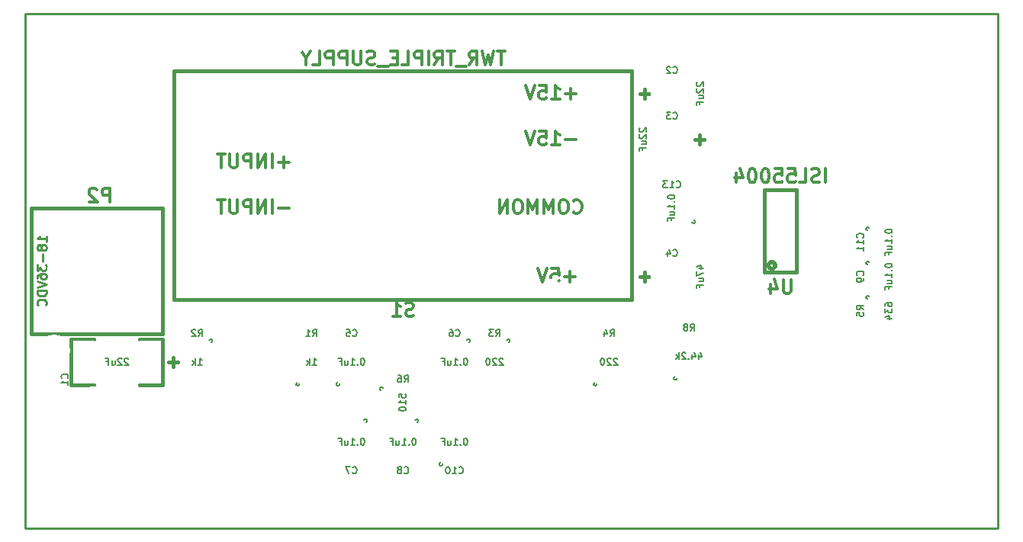
<source format=gbo>
G04 (created by PCBNEW-RS274X (2011-05-25)-stable) date Thu 26 Sep 2013 02:57:48 PM EDT*
G01*
G70*
G90*
%MOIN*%
G04 Gerber Fmt 3.4, Leading zero omitted, Abs format*
%FSLAX34Y34*%
G04 APERTURE LIST*
%ADD10C,0.006000*%
%ADD11C,0.009000*%
%ADD12C,0.005000*%
%ADD13C,0.015000*%
%ADD14C,0.012000*%
%ADD15C,0.010000*%
%ADD16C,0.127000*%
%ADD17C,0.076000*%
%ADD18R,0.076000X0.076000*%
%ADD19C,0.180000*%
%ADD20R,0.120000X0.070000*%
%ADD21C,0.080000*%
%ADD22R,0.070000X0.120000*%
%ADD23C,0.220000*%
%ADD24C,0.100000*%
%ADD25C,0.096000*%
%ADD26C,0.160000*%
%ADD27C,0.140000*%
%ADD28R,0.085000X0.085000*%
%ADD29C,0.085000*%
%ADD30C,0.093000*%
%ADD31R,0.093000X0.093000*%
%ADD32R,0.095000X0.190000*%
%ADD33C,0.155000*%
%ADD34R,0.080000X0.045000*%
G04 APERTURE END LIST*
G54D10*
G54D11*
X29500Y-30500D02*
X29500Y-53000D01*
X72000Y-30500D02*
X29500Y-30500D01*
X72000Y-53000D02*
X72000Y-30500D01*
X29500Y-53000D02*
X72000Y-53000D01*
G54D12*
X48920Y-44800D02*
X48918Y-44813D01*
X48914Y-44826D01*
X48908Y-44838D01*
X48899Y-44849D01*
X48889Y-44858D01*
X48877Y-44864D01*
X48864Y-44868D01*
X48850Y-44869D01*
X48837Y-44868D01*
X48824Y-44864D01*
X48812Y-44858D01*
X48802Y-44850D01*
X48793Y-44839D01*
X48786Y-44827D01*
X48782Y-44814D01*
X48781Y-44800D01*
X48782Y-44788D01*
X48785Y-44775D01*
X48792Y-44763D01*
X48800Y-44752D01*
X48811Y-44743D01*
X48822Y-44736D01*
X48835Y-44732D01*
X48849Y-44731D01*
X48862Y-44732D01*
X48875Y-44735D01*
X48887Y-44741D01*
X48898Y-44750D01*
X48907Y-44760D01*
X48913Y-44772D01*
X48918Y-44785D01*
X48919Y-44799D01*
X48920Y-44800D01*
X47700Y-45450D02*
X47700Y-44850D01*
X47700Y-44850D02*
X48800Y-44850D01*
X48800Y-44850D02*
X48800Y-45450D01*
X48800Y-46050D02*
X48800Y-46650D01*
X48800Y-46650D02*
X47700Y-46650D01*
X47700Y-46650D02*
X47700Y-46050D01*
X43220Y-46700D02*
X43218Y-46713D01*
X43214Y-46726D01*
X43208Y-46738D01*
X43199Y-46749D01*
X43189Y-46758D01*
X43177Y-46764D01*
X43164Y-46768D01*
X43150Y-46769D01*
X43137Y-46768D01*
X43124Y-46764D01*
X43112Y-46758D01*
X43102Y-46750D01*
X43093Y-46739D01*
X43086Y-46727D01*
X43082Y-46714D01*
X43081Y-46700D01*
X43082Y-46688D01*
X43085Y-46675D01*
X43092Y-46663D01*
X43100Y-46652D01*
X43111Y-46643D01*
X43122Y-46636D01*
X43135Y-46632D01*
X43149Y-46631D01*
X43162Y-46632D01*
X43175Y-46635D01*
X43187Y-46641D01*
X43198Y-46650D01*
X43207Y-46660D01*
X43213Y-46672D01*
X43218Y-46685D01*
X43219Y-46699D01*
X43220Y-46700D01*
X44300Y-46050D02*
X44300Y-46650D01*
X44300Y-46650D02*
X43200Y-46650D01*
X43200Y-46650D02*
X43200Y-46050D01*
X43200Y-45450D02*
X43200Y-44850D01*
X43200Y-44850D02*
X44300Y-44850D01*
X44300Y-44850D02*
X44300Y-45450D01*
X41470Y-46700D02*
X41468Y-46713D01*
X41464Y-46726D01*
X41458Y-46738D01*
X41449Y-46749D01*
X41439Y-46758D01*
X41427Y-46764D01*
X41414Y-46768D01*
X41400Y-46769D01*
X41387Y-46768D01*
X41374Y-46764D01*
X41362Y-46758D01*
X41352Y-46750D01*
X41343Y-46739D01*
X41336Y-46727D01*
X41332Y-46714D01*
X41331Y-46700D01*
X41332Y-46688D01*
X41335Y-46675D01*
X41342Y-46663D01*
X41350Y-46652D01*
X41361Y-46643D01*
X41372Y-46636D01*
X41385Y-46632D01*
X41399Y-46631D01*
X41412Y-46632D01*
X41425Y-46635D01*
X41437Y-46641D01*
X41448Y-46650D01*
X41457Y-46660D01*
X41463Y-46672D01*
X41468Y-46685D01*
X41469Y-46699D01*
X41470Y-46700D01*
X42550Y-46050D02*
X42550Y-46650D01*
X42550Y-46650D02*
X41450Y-46650D01*
X41450Y-46650D02*
X41450Y-46050D01*
X41450Y-45450D02*
X41450Y-44850D01*
X41450Y-44850D02*
X42550Y-44850D01*
X42550Y-44850D02*
X42550Y-45450D01*
X44420Y-48300D02*
X44418Y-48313D01*
X44414Y-48326D01*
X44408Y-48338D01*
X44399Y-48349D01*
X44389Y-48358D01*
X44377Y-48364D01*
X44364Y-48368D01*
X44350Y-48369D01*
X44337Y-48368D01*
X44324Y-48364D01*
X44312Y-48358D01*
X44302Y-48350D01*
X44293Y-48339D01*
X44286Y-48327D01*
X44282Y-48314D01*
X44281Y-48300D01*
X44282Y-48288D01*
X44285Y-48275D01*
X44292Y-48263D01*
X44300Y-48252D01*
X44311Y-48243D01*
X44322Y-48236D01*
X44335Y-48232D01*
X44349Y-48231D01*
X44362Y-48232D01*
X44375Y-48235D01*
X44387Y-48241D01*
X44398Y-48250D01*
X44407Y-48260D01*
X44413Y-48272D01*
X44418Y-48285D01*
X44419Y-48299D01*
X44420Y-48300D01*
X43200Y-48950D02*
X43200Y-48350D01*
X43200Y-48350D02*
X44300Y-48350D01*
X44300Y-48350D02*
X44300Y-48950D01*
X44300Y-49550D02*
X44300Y-50150D01*
X44300Y-50150D02*
X43200Y-50150D01*
X43200Y-50150D02*
X43200Y-49550D01*
X66370Y-42900D02*
X66368Y-42913D01*
X66364Y-42926D01*
X66358Y-42938D01*
X66349Y-42949D01*
X66339Y-42958D01*
X66327Y-42964D01*
X66314Y-42968D01*
X66300Y-42969D01*
X66287Y-42968D01*
X66274Y-42964D01*
X66262Y-42958D01*
X66252Y-42950D01*
X66243Y-42939D01*
X66236Y-42927D01*
X66232Y-42914D01*
X66231Y-42900D01*
X66232Y-42888D01*
X66235Y-42875D01*
X66242Y-42863D01*
X66250Y-42852D01*
X66261Y-42843D01*
X66272Y-42836D01*
X66285Y-42832D01*
X66299Y-42831D01*
X66312Y-42832D01*
X66325Y-42835D01*
X66337Y-42841D01*
X66348Y-42850D01*
X66357Y-42860D01*
X66363Y-42872D01*
X66368Y-42885D01*
X66369Y-42899D01*
X66370Y-42900D01*
X66950Y-44050D02*
X66350Y-44050D01*
X66350Y-44050D02*
X66350Y-42950D01*
X66350Y-42950D02*
X66950Y-42950D01*
X67550Y-42950D02*
X68150Y-42950D01*
X68150Y-42950D02*
X68150Y-44050D01*
X68150Y-44050D02*
X67550Y-44050D01*
X57970Y-46450D02*
X57968Y-46463D01*
X57964Y-46476D01*
X57958Y-46488D01*
X57949Y-46499D01*
X57939Y-46508D01*
X57927Y-46514D01*
X57914Y-46518D01*
X57900Y-46519D01*
X57887Y-46518D01*
X57874Y-46514D01*
X57862Y-46508D01*
X57852Y-46500D01*
X57843Y-46489D01*
X57836Y-46477D01*
X57832Y-46464D01*
X57831Y-46450D01*
X57832Y-46438D01*
X57835Y-46425D01*
X57842Y-46413D01*
X57850Y-46402D01*
X57861Y-46393D01*
X57872Y-46386D01*
X57885Y-46382D01*
X57899Y-46381D01*
X57912Y-46382D01*
X57925Y-46385D01*
X57937Y-46391D01*
X57948Y-46400D01*
X57957Y-46410D01*
X57963Y-46422D01*
X57968Y-46435D01*
X57969Y-46449D01*
X57970Y-46450D01*
X59050Y-45800D02*
X59050Y-46400D01*
X59050Y-46400D02*
X57950Y-46400D01*
X57950Y-46400D02*
X57950Y-45800D01*
X57950Y-45200D02*
X57950Y-44600D01*
X57950Y-44600D02*
X59050Y-44600D01*
X59050Y-44600D02*
X59050Y-45200D01*
X45120Y-46900D02*
X45118Y-46913D01*
X45114Y-46926D01*
X45108Y-46938D01*
X45099Y-46949D01*
X45089Y-46958D01*
X45077Y-46964D01*
X45064Y-46968D01*
X45050Y-46969D01*
X45037Y-46968D01*
X45024Y-46964D01*
X45012Y-46958D01*
X45002Y-46950D01*
X44993Y-46939D01*
X44986Y-46927D01*
X44982Y-46914D01*
X44981Y-46900D01*
X44982Y-46888D01*
X44985Y-46875D01*
X44992Y-46863D01*
X45000Y-46852D01*
X45011Y-46843D01*
X45022Y-46836D01*
X45035Y-46832D01*
X45049Y-46831D01*
X45062Y-46832D01*
X45075Y-46835D01*
X45087Y-46841D01*
X45098Y-46850D01*
X45107Y-46860D01*
X45113Y-46872D01*
X45118Y-46885D01*
X45119Y-46899D01*
X45120Y-46900D01*
X45700Y-48050D02*
X45100Y-48050D01*
X45100Y-48050D02*
X45100Y-46950D01*
X45100Y-46950D02*
X45700Y-46950D01*
X46300Y-46950D02*
X46900Y-46950D01*
X46900Y-46950D02*
X46900Y-48050D01*
X46900Y-48050D02*
X46300Y-48050D01*
X46670Y-48300D02*
X46668Y-48313D01*
X46664Y-48326D01*
X46658Y-48338D01*
X46649Y-48349D01*
X46639Y-48358D01*
X46627Y-48364D01*
X46614Y-48368D01*
X46600Y-48369D01*
X46587Y-48368D01*
X46574Y-48364D01*
X46562Y-48358D01*
X46552Y-48350D01*
X46543Y-48339D01*
X46536Y-48327D01*
X46532Y-48314D01*
X46531Y-48300D01*
X46532Y-48288D01*
X46535Y-48275D01*
X46542Y-48263D01*
X46550Y-48252D01*
X46561Y-48243D01*
X46572Y-48236D01*
X46585Y-48232D01*
X46599Y-48231D01*
X46612Y-48232D01*
X46625Y-48235D01*
X46637Y-48241D01*
X46648Y-48250D01*
X46657Y-48260D01*
X46663Y-48272D01*
X46668Y-48285D01*
X46669Y-48299D01*
X46670Y-48300D01*
X45450Y-48950D02*
X45450Y-48350D01*
X45450Y-48350D02*
X46550Y-48350D01*
X46550Y-48350D02*
X46550Y-48950D01*
X46550Y-49550D02*
X46550Y-50150D01*
X46550Y-50150D02*
X45450Y-50150D01*
X45450Y-50150D02*
X45450Y-49550D01*
X54470Y-46700D02*
X54468Y-46713D01*
X54464Y-46726D01*
X54458Y-46738D01*
X54449Y-46749D01*
X54439Y-46758D01*
X54427Y-46764D01*
X54414Y-46768D01*
X54400Y-46769D01*
X54387Y-46768D01*
X54374Y-46764D01*
X54362Y-46758D01*
X54352Y-46750D01*
X54343Y-46739D01*
X54336Y-46727D01*
X54332Y-46714D01*
X54331Y-46700D01*
X54332Y-46688D01*
X54335Y-46675D01*
X54342Y-46663D01*
X54350Y-46652D01*
X54361Y-46643D01*
X54372Y-46636D01*
X54385Y-46632D01*
X54399Y-46631D01*
X54412Y-46632D01*
X54425Y-46635D01*
X54437Y-46641D01*
X54448Y-46650D01*
X54457Y-46660D01*
X54463Y-46672D01*
X54468Y-46685D01*
X54469Y-46699D01*
X54470Y-46700D01*
X55550Y-46050D02*
X55550Y-46650D01*
X55550Y-46650D02*
X54450Y-46650D01*
X54450Y-46650D02*
X54450Y-46050D01*
X54450Y-45450D02*
X54450Y-44850D01*
X54450Y-44850D02*
X55550Y-44850D01*
X55550Y-44850D02*
X55550Y-45450D01*
X50670Y-44800D02*
X50668Y-44813D01*
X50664Y-44826D01*
X50658Y-44838D01*
X50649Y-44849D01*
X50639Y-44858D01*
X50627Y-44864D01*
X50614Y-44868D01*
X50600Y-44869D01*
X50587Y-44868D01*
X50574Y-44864D01*
X50562Y-44858D01*
X50552Y-44850D01*
X50543Y-44839D01*
X50536Y-44827D01*
X50532Y-44814D01*
X50531Y-44800D01*
X50532Y-44788D01*
X50535Y-44775D01*
X50542Y-44763D01*
X50550Y-44752D01*
X50561Y-44743D01*
X50572Y-44736D01*
X50585Y-44732D01*
X50599Y-44731D01*
X50612Y-44732D01*
X50625Y-44735D01*
X50637Y-44741D01*
X50648Y-44750D01*
X50657Y-44760D01*
X50663Y-44772D01*
X50668Y-44785D01*
X50669Y-44799D01*
X50670Y-44800D01*
X49450Y-45450D02*
X49450Y-44850D01*
X49450Y-44850D02*
X50550Y-44850D01*
X50550Y-44850D02*
X50550Y-45450D01*
X50550Y-46050D02*
X50550Y-46650D01*
X50550Y-46650D02*
X49450Y-46650D01*
X49450Y-46650D02*
X49450Y-46050D01*
X37670Y-44800D02*
X37668Y-44813D01*
X37664Y-44826D01*
X37658Y-44838D01*
X37649Y-44849D01*
X37639Y-44858D01*
X37627Y-44864D01*
X37614Y-44868D01*
X37600Y-44869D01*
X37587Y-44868D01*
X37574Y-44864D01*
X37562Y-44858D01*
X37552Y-44850D01*
X37543Y-44839D01*
X37536Y-44827D01*
X37532Y-44814D01*
X37531Y-44800D01*
X37532Y-44788D01*
X37535Y-44775D01*
X37542Y-44763D01*
X37550Y-44752D01*
X37561Y-44743D01*
X37572Y-44736D01*
X37585Y-44732D01*
X37599Y-44731D01*
X37612Y-44732D01*
X37625Y-44735D01*
X37637Y-44741D01*
X37648Y-44750D01*
X37657Y-44760D01*
X37663Y-44772D01*
X37668Y-44785D01*
X37669Y-44799D01*
X37670Y-44800D01*
X36450Y-45450D02*
X36450Y-44850D01*
X36450Y-44850D02*
X37550Y-44850D01*
X37550Y-44850D02*
X37550Y-45450D01*
X37550Y-46050D02*
X37550Y-46650D01*
X37550Y-46650D02*
X36450Y-46650D01*
X36450Y-46650D02*
X36450Y-46050D01*
X58770Y-39600D02*
X58768Y-39613D01*
X58764Y-39626D01*
X58758Y-39638D01*
X58749Y-39649D01*
X58739Y-39658D01*
X58727Y-39664D01*
X58714Y-39668D01*
X58700Y-39669D01*
X58687Y-39668D01*
X58674Y-39664D01*
X58662Y-39658D01*
X58652Y-39650D01*
X58643Y-39639D01*
X58636Y-39627D01*
X58632Y-39614D01*
X58631Y-39600D01*
X58632Y-39588D01*
X58635Y-39575D01*
X58642Y-39563D01*
X58650Y-39552D01*
X58661Y-39543D01*
X58672Y-39536D01*
X58685Y-39532D01*
X58699Y-39531D01*
X58712Y-39532D01*
X58725Y-39535D01*
X58737Y-39541D01*
X58748Y-39550D01*
X58757Y-39560D01*
X58763Y-39572D01*
X58768Y-39585D01*
X58769Y-39599D01*
X58770Y-39600D01*
X58050Y-38450D02*
X58650Y-38450D01*
X58650Y-38450D02*
X58650Y-39550D01*
X58650Y-39550D02*
X58050Y-39550D01*
X57450Y-39550D02*
X56850Y-39550D01*
X56850Y-39550D02*
X56850Y-38450D01*
X56850Y-38450D02*
X57450Y-38450D01*
X66370Y-39900D02*
X66368Y-39913D01*
X66364Y-39926D01*
X66358Y-39938D01*
X66349Y-39949D01*
X66339Y-39958D01*
X66327Y-39964D01*
X66314Y-39968D01*
X66300Y-39969D01*
X66287Y-39968D01*
X66274Y-39964D01*
X66262Y-39958D01*
X66252Y-39950D01*
X66243Y-39939D01*
X66236Y-39927D01*
X66232Y-39914D01*
X66231Y-39900D01*
X66232Y-39888D01*
X66235Y-39875D01*
X66242Y-39863D01*
X66250Y-39852D01*
X66261Y-39843D01*
X66272Y-39836D01*
X66285Y-39832D01*
X66299Y-39831D01*
X66312Y-39832D01*
X66325Y-39835D01*
X66337Y-39841D01*
X66348Y-39850D01*
X66357Y-39860D01*
X66363Y-39872D01*
X66368Y-39885D01*
X66369Y-39899D01*
X66370Y-39900D01*
X66950Y-41050D02*
X66350Y-41050D01*
X66350Y-41050D02*
X66350Y-39950D01*
X66350Y-39950D02*
X66950Y-39950D01*
X67550Y-39950D02*
X68150Y-39950D01*
X68150Y-39950D02*
X68150Y-41050D01*
X68150Y-41050D02*
X67550Y-41050D01*
X47720Y-50200D02*
X47718Y-50213D01*
X47714Y-50226D01*
X47708Y-50238D01*
X47699Y-50249D01*
X47689Y-50258D01*
X47677Y-50264D01*
X47664Y-50268D01*
X47650Y-50269D01*
X47637Y-50268D01*
X47624Y-50264D01*
X47612Y-50258D01*
X47602Y-50250D01*
X47593Y-50239D01*
X47586Y-50227D01*
X47582Y-50214D01*
X47581Y-50200D01*
X47582Y-50188D01*
X47585Y-50175D01*
X47592Y-50163D01*
X47600Y-50152D01*
X47611Y-50143D01*
X47622Y-50136D01*
X47635Y-50132D01*
X47649Y-50131D01*
X47662Y-50132D01*
X47675Y-50135D01*
X47687Y-50141D01*
X47698Y-50150D01*
X47707Y-50160D01*
X47713Y-50172D01*
X47718Y-50185D01*
X47719Y-50199D01*
X47720Y-50200D01*
X48800Y-49550D02*
X48800Y-50150D01*
X48800Y-50150D02*
X47700Y-50150D01*
X47700Y-50150D02*
X47700Y-49550D01*
X47700Y-48950D02*
X47700Y-48350D01*
X47700Y-48350D02*
X48800Y-48350D01*
X48800Y-48350D02*
X48800Y-48950D01*
X66370Y-41400D02*
X66368Y-41413D01*
X66364Y-41426D01*
X66358Y-41438D01*
X66349Y-41449D01*
X66339Y-41458D01*
X66327Y-41464D01*
X66314Y-41468D01*
X66300Y-41469D01*
X66287Y-41468D01*
X66274Y-41464D01*
X66262Y-41458D01*
X66252Y-41450D01*
X66243Y-41439D01*
X66236Y-41427D01*
X66232Y-41414D01*
X66231Y-41400D01*
X66232Y-41388D01*
X66235Y-41375D01*
X66242Y-41363D01*
X66250Y-41352D01*
X66261Y-41343D01*
X66272Y-41336D01*
X66285Y-41332D01*
X66299Y-41331D01*
X66312Y-41332D01*
X66325Y-41335D01*
X66337Y-41341D01*
X66348Y-41350D01*
X66357Y-41360D01*
X66363Y-41372D01*
X66368Y-41385D01*
X66369Y-41399D01*
X66370Y-41400D01*
X66950Y-42550D02*
X66350Y-42550D01*
X66350Y-42550D02*
X66350Y-41450D01*
X66350Y-41450D02*
X66950Y-41450D01*
X67550Y-41450D02*
X68150Y-41450D01*
X68150Y-41450D02*
X68150Y-42550D01*
X68150Y-42550D02*
X67550Y-42550D01*
G54D13*
X56550Y-33800D02*
X56550Y-34200D01*
X56750Y-34000D02*
X56350Y-34000D01*
G54D12*
X57450Y-34550D02*
X56850Y-34550D01*
X56850Y-34550D02*
X56850Y-33450D01*
X56850Y-33450D02*
X57450Y-33450D01*
X58050Y-33450D02*
X58650Y-33450D01*
X58650Y-33450D02*
X58650Y-34550D01*
X58650Y-34550D02*
X58050Y-34550D01*
G54D13*
X58950Y-36200D02*
X58950Y-35800D01*
X58750Y-36000D02*
X59150Y-36000D01*
G54D12*
X58050Y-35450D02*
X58650Y-35450D01*
X58650Y-35450D02*
X58650Y-36550D01*
X58650Y-36550D02*
X58050Y-36550D01*
X57450Y-36550D02*
X56850Y-36550D01*
X56850Y-36550D02*
X56850Y-35450D01*
X56850Y-35450D02*
X57450Y-35450D01*
G54D13*
X56550Y-41800D02*
X56550Y-42200D01*
X56750Y-42000D02*
X56350Y-42000D01*
G54D12*
X57450Y-42550D02*
X56850Y-42550D01*
X56850Y-42550D02*
X56850Y-41450D01*
X56850Y-41450D02*
X57450Y-41450D01*
X58050Y-41450D02*
X58650Y-41450D01*
X58650Y-41450D02*
X58650Y-42550D01*
X58650Y-42550D02*
X58050Y-42550D01*
G54D13*
X29750Y-39000D02*
X29750Y-44500D01*
X29750Y-44500D02*
X35500Y-44500D01*
X35500Y-44500D02*
X35500Y-39000D01*
X35500Y-39000D02*
X29750Y-39000D01*
X32500Y-46750D02*
X31500Y-46750D01*
X31500Y-46750D02*
X31500Y-44750D01*
X31500Y-44750D02*
X32500Y-44750D01*
X34500Y-44750D02*
X35500Y-44750D01*
X35500Y-44750D02*
X35500Y-46750D01*
X35500Y-46750D02*
X34500Y-46750D01*
X35950Y-45950D02*
X35950Y-45550D01*
X35750Y-45750D02*
X36150Y-45750D01*
X36000Y-43000D02*
X36000Y-33000D01*
X36000Y-33000D02*
X56000Y-33000D01*
X56000Y-33000D02*
X56000Y-43000D01*
X56000Y-43000D02*
X36000Y-43000D01*
X62250Y-41500D02*
X62247Y-41529D01*
X62238Y-41557D01*
X62224Y-41583D01*
X62206Y-41605D01*
X62183Y-41624D01*
X62158Y-41638D01*
X62130Y-41646D01*
X62101Y-41649D01*
X62072Y-41647D01*
X62044Y-41639D01*
X62018Y-41625D01*
X61996Y-41607D01*
X61977Y-41584D01*
X61963Y-41559D01*
X61954Y-41531D01*
X61951Y-41502D01*
X61953Y-41473D01*
X61961Y-41445D01*
X61974Y-41419D01*
X61993Y-41396D01*
X62015Y-41377D01*
X62040Y-41363D01*
X62068Y-41354D01*
X62097Y-41351D01*
X62126Y-41353D01*
X62154Y-41361D01*
X62180Y-41374D01*
X62203Y-41392D01*
X62222Y-41414D01*
X62237Y-41439D01*
X62246Y-41467D01*
X62249Y-41496D01*
X62250Y-41500D01*
X61800Y-41800D02*
X61800Y-38200D01*
X61800Y-38200D02*
X63200Y-38200D01*
X63200Y-38200D02*
X63200Y-41800D01*
X63200Y-41800D02*
X61800Y-41800D01*
G54D12*
X48300Y-44593D02*
X48314Y-44607D01*
X48357Y-44621D01*
X48386Y-44621D01*
X48429Y-44607D01*
X48457Y-44579D01*
X48472Y-44550D01*
X48486Y-44493D01*
X48486Y-44450D01*
X48472Y-44393D01*
X48457Y-44364D01*
X48429Y-44336D01*
X48386Y-44321D01*
X48357Y-44321D01*
X48314Y-44336D01*
X48300Y-44350D01*
X48043Y-44321D02*
X48100Y-44321D01*
X48129Y-44336D01*
X48143Y-44350D01*
X48172Y-44393D01*
X48186Y-44450D01*
X48186Y-44564D01*
X48172Y-44593D01*
X48157Y-44607D01*
X48129Y-44621D01*
X48072Y-44621D01*
X48043Y-44607D01*
X48029Y-44593D01*
X48014Y-44564D01*
X48014Y-44493D01*
X48029Y-44464D01*
X48043Y-44450D01*
X48072Y-44436D01*
X48129Y-44436D01*
X48157Y-44450D01*
X48172Y-44464D01*
X48186Y-44493D01*
X48742Y-45571D02*
X48714Y-45571D01*
X48685Y-45586D01*
X48671Y-45600D01*
X48657Y-45629D01*
X48642Y-45686D01*
X48642Y-45757D01*
X48657Y-45814D01*
X48671Y-45843D01*
X48685Y-45857D01*
X48714Y-45871D01*
X48742Y-45871D01*
X48771Y-45857D01*
X48785Y-45843D01*
X48800Y-45814D01*
X48814Y-45757D01*
X48814Y-45686D01*
X48800Y-45629D01*
X48785Y-45600D01*
X48771Y-45586D01*
X48742Y-45571D01*
X48514Y-45843D02*
X48499Y-45857D01*
X48514Y-45871D01*
X48528Y-45857D01*
X48514Y-45843D01*
X48514Y-45871D01*
X48213Y-45871D02*
X48385Y-45871D01*
X48299Y-45871D02*
X48299Y-45571D01*
X48328Y-45614D01*
X48356Y-45643D01*
X48385Y-45657D01*
X47956Y-45671D02*
X47956Y-45871D01*
X48085Y-45671D02*
X48085Y-45829D01*
X48070Y-45857D01*
X48042Y-45871D01*
X47999Y-45871D01*
X47970Y-45857D01*
X47956Y-45843D01*
X47714Y-45714D02*
X47814Y-45714D01*
X47814Y-45871D02*
X47814Y-45571D01*
X47671Y-45571D01*
X43800Y-44593D02*
X43814Y-44607D01*
X43857Y-44621D01*
X43886Y-44621D01*
X43929Y-44607D01*
X43957Y-44579D01*
X43972Y-44550D01*
X43986Y-44493D01*
X43986Y-44450D01*
X43972Y-44393D01*
X43957Y-44364D01*
X43929Y-44336D01*
X43886Y-44321D01*
X43857Y-44321D01*
X43814Y-44336D01*
X43800Y-44350D01*
X43529Y-44321D02*
X43672Y-44321D01*
X43686Y-44464D01*
X43672Y-44450D01*
X43643Y-44436D01*
X43572Y-44436D01*
X43543Y-44450D01*
X43529Y-44464D01*
X43514Y-44493D01*
X43514Y-44564D01*
X43529Y-44593D01*
X43543Y-44607D01*
X43572Y-44621D01*
X43643Y-44621D01*
X43672Y-44607D01*
X43686Y-44593D01*
X44242Y-45571D02*
X44214Y-45571D01*
X44185Y-45586D01*
X44171Y-45600D01*
X44157Y-45629D01*
X44142Y-45686D01*
X44142Y-45757D01*
X44157Y-45814D01*
X44171Y-45843D01*
X44185Y-45857D01*
X44214Y-45871D01*
X44242Y-45871D01*
X44271Y-45857D01*
X44285Y-45843D01*
X44300Y-45814D01*
X44314Y-45757D01*
X44314Y-45686D01*
X44300Y-45629D01*
X44285Y-45600D01*
X44271Y-45586D01*
X44242Y-45571D01*
X44014Y-45843D02*
X43999Y-45857D01*
X44014Y-45871D01*
X44028Y-45857D01*
X44014Y-45843D01*
X44014Y-45871D01*
X43713Y-45871D02*
X43885Y-45871D01*
X43799Y-45871D02*
X43799Y-45571D01*
X43828Y-45614D01*
X43856Y-45643D01*
X43885Y-45657D01*
X43456Y-45671D02*
X43456Y-45871D01*
X43585Y-45671D02*
X43585Y-45829D01*
X43570Y-45857D01*
X43542Y-45871D01*
X43499Y-45871D01*
X43470Y-45857D01*
X43456Y-45843D01*
X43214Y-45714D02*
X43314Y-45714D01*
X43314Y-45871D02*
X43314Y-45571D01*
X43171Y-45571D01*
X42050Y-44621D02*
X42150Y-44479D01*
X42222Y-44621D02*
X42222Y-44321D01*
X42107Y-44321D01*
X42079Y-44336D01*
X42064Y-44350D01*
X42050Y-44379D01*
X42050Y-44421D01*
X42064Y-44450D01*
X42079Y-44464D01*
X42107Y-44479D01*
X42222Y-44479D01*
X41764Y-44621D02*
X41936Y-44621D01*
X41850Y-44621D02*
X41850Y-44321D01*
X41879Y-44364D01*
X41907Y-44393D01*
X41936Y-44407D01*
X42035Y-45871D02*
X42207Y-45871D01*
X42121Y-45871D02*
X42121Y-45571D01*
X42150Y-45614D01*
X42178Y-45643D01*
X42207Y-45657D01*
X41907Y-45871D02*
X41907Y-45571D01*
X41878Y-45757D02*
X41792Y-45871D01*
X41792Y-45671D02*
X41907Y-45786D01*
X43800Y-50593D02*
X43814Y-50607D01*
X43857Y-50621D01*
X43886Y-50621D01*
X43929Y-50607D01*
X43957Y-50579D01*
X43972Y-50550D01*
X43986Y-50493D01*
X43986Y-50450D01*
X43972Y-50393D01*
X43957Y-50364D01*
X43929Y-50336D01*
X43886Y-50321D01*
X43857Y-50321D01*
X43814Y-50336D01*
X43800Y-50350D01*
X43700Y-50321D02*
X43500Y-50321D01*
X43629Y-50621D01*
X44242Y-49071D02*
X44214Y-49071D01*
X44185Y-49086D01*
X44171Y-49100D01*
X44157Y-49129D01*
X44142Y-49186D01*
X44142Y-49257D01*
X44157Y-49314D01*
X44171Y-49343D01*
X44185Y-49357D01*
X44214Y-49371D01*
X44242Y-49371D01*
X44271Y-49357D01*
X44285Y-49343D01*
X44300Y-49314D01*
X44314Y-49257D01*
X44314Y-49186D01*
X44300Y-49129D01*
X44285Y-49100D01*
X44271Y-49086D01*
X44242Y-49071D01*
X44014Y-49343D02*
X43999Y-49357D01*
X44014Y-49371D01*
X44028Y-49357D01*
X44014Y-49343D01*
X44014Y-49371D01*
X43713Y-49371D02*
X43885Y-49371D01*
X43799Y-49371D02*
X43799Y-49071D01*
X43828Y-49114D01*
X43856Y-49143D01*
X43885Y-49157D01*
X43456Y-49171D02*
X43456Y-49371D01*
X43585Y-49171D02*
X43585Y-49329D01*
X43570Y-49357D01*
X43542Y-49371D01*
X43499Y-49371D01*
X43470Y-49357D01*
X43456Y-49343D01*
X43214Y-49214D02*
X43314Y-49214D01*
X43314Y-49371D02*
X43314Y-49071D01*
X43171Y-49071D01*
X66121Y-43450D02*
X65979Y-43350D01*
X66121Y-43278D02*
X65821Y-43278D01*
X65821Y-43393D01*
X65836Y-43421D01*
X65850Y-43436D01*
X65879Y-43450D01*
X65921Y-43450D01*
X65950Y-43436D01*
X65964Y-43421D01*
X65979Y-43393D01*
X65979Y-43278D01*
X65821Y-43721D02*
X65821Y-43578D01*
X65964Y-43564D01*
X65950Y-43578D01*
X65936Y-43607D01*
X65936Y-43678D01*
X65950Y-43707D01*
X65964Y-43721D01*
X65993Y-43736D01*
X66064Y-43736D01*
X66093Y-43721D01*
X66107Y-43707D01*
X66121Y-43678D01*
X66121Y-43607D01*
X66107Y-43578D01*
X66093Y-43564D01*
X67071Y-43271D02*
X67071Y-43214D01*
X67086Y-43185D01*
X67100Y-43171D01*
X67143Y-43142D01*
X67200Y-43128D01*
X67314Y-43128D01*
X67343Y-43142D01*
X67357Y-43157D01*
X67371Y-43185D01*
X67371Y-43242D01*
X67357Y-43271D01*
X67343Y-43285D01*
X67314Y-43300D01*
X67243Y-43300D01*
X67214Y-43285D01*
X67200Y-43271D01*
X67186Y-43242D01*
X67186Y-43185D01*
X67200Y-43157D01*
X67214Y-43142D01*
X67243Y-43128D01*
X67071Y-43400D02*
X67071Y-43586D01*
X67186Y-43486D01*
X67186Y-43528D01*
X67200Y-43557D01*
X67214Y-43571D01*
X67243Y-43586D01*
X67314Y-43586D01*
X67343Y-43571D01*
X67357Y-43557D01*
X67371Y-43528D01*
X67371Y-43443D01*
X67357Y-43414D01*
X67343Y-43400D01*
X67171Y-43843D02*
X67371Y-43843D01*
X67057Y-43772D02*
X67271Y-43700D01*
X67271Y-43886D01*
X58550Y-44371D02*
X58650Y-44229D01*
X58722Y-44371D02*
X58722Y-44071D01*
X58607Y-44071D01*
X58579Y-44086D01*
X58564Y-44100D01*
X58550Y-44129D01*
X58550Y-44171D01*
X58564Y-44200D01*
X58579Y-44214D01*
X58607Y-44229D01*
X58722Y-44229D01*
X58379Y-44200D02*
X58407Y-44186D01*
X58422Y-44171D01*
X58436Y-44143D01*
X58436Y-44129D01*
X58422Y-44100D01*
X58407Y-44086D01*
X58379Y-44071D01*
X58322Y-44071D01*
X58293Y-44086D01*
X58279Y-44100D01*
X58264Y-44129D01*
X58264Y-44143D01*
X58279Y-44171D01*
X58293Y-44186D01*
X58322Y-44200D01*
X58379Y-44200D01*
X58407Y-44214D01*
X58422Y-44229D01*
X58436Y-44257D01*
X58436Y-44314D01*
X58422Y-44343D01*
X58407Y-44357D01*
X58379Y-44371D01*
X58322Y-44371D01*
X58293Y-44357D01*
X58279Y-44343D01*
X58264Y-44314D01*
X58264Y-44257D01*
X58279Y-44229D01*
X58293Y-44214D01*
X58322Y-44200D01*
X58922Y-45421D02*
X58922Y-45621D01*
X58993Y-45307D02*
X59065Y-45521D01*
X58879Y-45521D01*
X58636Y-45421D02*
X58636Y-45621D01*
X58707Y-45307D02*
X58779Y-45521D01*
X58593Y-45521D01*
X58479Y-45593D02*
X58464Y-45607D01*
X58479Y-45621D01*
X58493Y-45607D01*
X58479Y-45593D01*
X58479Y-45621D01*
X58350Y-45350D02*
X58336Y-45336D01*
X58307Y-45321D01*
X58236Y-45321D01*
X58207Y-45336D01*
X58193Y-45350D01*
X58178Y-45379D01*
X58178Y-45407D01*
X58193Y-45450D01*
X58364Y-45621D01*
X58178Y-45621D01*
X58050Y-45621D02*
X58050Y-45321D01*
X58021Y-45507D02*
X57935Y-45621D01*
X57935Y-45421D02*
X58050Y-45536D01*
X46050Y-46621D02*
X46150Y-46479D01*
X46222Y-46621D02*
X46222Y-46321D01*
X46107Y-46321D01*
X46079Y-46336D01*
X46064Y-46350D01*
X46050Y-46379D01*
X46050Y-46421D01*
X46064Y-46450D01*
X46079Y-46464D01*
X46107Y-46479D01*
X46222Y-46479D01*
X45793Y-46321D02*
X45850Y-46321D01*
X45879Y-46336D01*
X45893Y-46350D01*
X45922Y-46393D01*
X45936Y-46450D01*
X45936Y-46564D01*
X45922Y-46593D01*
X45907Y-46607D01*
X45879Y-46621D01*
X45822Y-46621D01*
X45793Y-46607D01*
X45779Y-46593D01*
X45764Y-46564D01*
X45764Y-46493D01*
X45779Y-46464D01*
X45793Y-46450D01*
X45822Y-46436D01*
X45879Y-46436D01*
X45907Y-46450D01*
X45922Y-46464D01*
X45936Y-46493D01*
X45821Y-47285D02*
X45821Y-47142D01*
X45964Y-47128D01*
X45950Y-47142D01*
X45936Y-47171D01*
X45936Y-47242D01*
X45950Y-47271D01*
X45964Y-47285D01*
X45993Y-47300D01*
X46064Y-47300D01*
X46093Y-47285D01*
X46107Y-47271D01*
X46121Y-47242D01*
X46121Y-47171D01*
X46107Y-47142D01*
X46093Y-47128D01*
X46121Y-47586D02*
X46121Y-47414D01*
X46121Y-47500D02*
X45821Y-47500D01*
X45864Y-47471D01*
X45893Y-47443D01*
X45907Y-47414D01*
X45821Y-47772D02*
X45821Y-47800D01*
X45836Y-47829D01*
X45850Y-47843D01*
X45879Y-47857D01*
X45936Y-47872D01*
X46007Y-47872D01*
X46064Y-47857D01*
X46093Y-47843D01*
X46107Y-47829D01*
X46121Y-47800D01*
X46121Y-47772D01*
X46107Y-47743D01*
X46093Y-47729D01*
X46064Y-47714D01*
X46007Y-47700D01*
X45936Y-47700D01*
X45879Y-47714D01*
X45850Y-47729D01*
X45836Y-47743D01*
X45821Y-47772D01*
X46050Y-50593D02*
X46064Y-50607D01*
X46107Y-50621D01*
X46136Y-50621D01*
X46179Y-50607D01*
X46207Y-50579D01*
X46222Y-50550D01*
X46236Y-50493D01*
X46236Y-50450D01*
X46222Y-50393D01*
X46207Y-50364D01*
X46179Y-50336D01*
X46136Y-50321D01*
X46107Y-50321D01*
X46064Y-50336D01*
X46050Y-50350D01*
X45879Y-50450D02*
X45907Y-50436D01*
X45922Y-50421D01*
X45936Y-50393D01*
X45936Y-50379D01*
X45922Y-50350D01*
X45907Y-50336D01*
X45879Y-50321D01*
X45822Y-50321D01*
X45793Y-50336D01*
X45779Y-50350D01*
X45764Y-50379D01*
X45764Y-50393D01*
X45779Y-50421D01*
X45793Y-50436D01*
X45822Y-50450D01*
X45879Y-50450D01*
X45907Y-50464D01*
X45922Y-50479D01*
X45936Y-50507D01*
X45936Y-50564D01*
X45922Y-50593D01*
X45907Y-50607D01*
X45879Y-50621D01*
X45822Y-50621D01*
X45793Y-50607D01*
X45779Y-50593D01*
X45764Y-50564D01*
X45764Y-50507D01*
X45779Y-50479D01*
X45793Y-50464D01*
X45822Y-50450D01*
X46492Y-49071D02*
X46464Y-49071D01*
X46435Y-49086D01*
X46421Y-49100D01*
X46407Y-49129D01*
X46392Y-49186D01*
X46392Y-49257D01*
X46407Y-49314D01*
X46421Y-49343D01*
X46435Y-49357D01*
X46464Y-49371D01*
X46492Y-49371D01*
X46521Y-49357D01*
X46535Y-49343D01*
X46550Y-49314D01*
X46564Y-49257D01*
X46564Y-49186D01*
X46550Y-49129D01*
X46535Y-49100D01*
X46521Y-49086D01*
X46492Y-49071D01*
X46264Y-49343D02*
X46249Y-49357D01*
X46264Y-49371D01*
X46278Y-49357D01*
X46264Y-49343D01*
X46264Y-49371D01*
X45963Y-49371D02*
X46135Y-49371D01*
X46049Y-49371D02*
X46049Y-49071D01*
X46078Y-49114D01*
X46106Y-49143D01*
X46135Y-49157D01*
X45706Y-49171D02*
X45706Y-49371D01*
X45835Y-49171D02*
X45835Y-49329D01*
X45820Y-49357D01*
X45792Y-49371D01*
X45749Y-49371D01*
X45720Y-49357D01*
X45706Y-49343D01*
X45464Y-49214D02*
X45564Y-49214D01*
X45564Y-49371D02*
X45564Y-49071D01*
X45421Y-49071D01*
X55050Y-44621D02*
X55150Y-44479D01*
X55222Y-44621D02*
X55222Y-44321D01*
X55107Y-44321D01*
X55079Y-44336D01*
X55064Y-44350D01*
X55050Y-44379D01*
X55050Y-44421D01*
X55064Y-44450D01*
X55079Y-44464D01*
X55107Y-44479D01*
X55222Y-44479D01*
X54793Y-44421D02*
X54793Y-44621D01*
X54864Y-44307D02*
X54936Y-44521D01*
X54750Y-44521D01*
X55372Y-45600D02*
X55358Y-45586D01*
X55329Y-45571D01*
X55258Y-45571D01*
X55229Y-45586D01*
X55215Y-45600D01*
X55200Y-45629D01*
X55200Y-45657D01*
X55215Y-45700D01*
X55386Y-45871D01*
X55200Y-45871D01*
X55086Y-45600D02*
X55072Y-45586D01*
X55043Y-45571D01*
X54972Y-45571D01*
X54943Y-45586D01*
X54929Y-45600D01*
X54914Y-45629D01*
X54914Y-45657D01*
X54929Y-45700D01*
X55100Y-45871D01*
X54914Y-45871D01*
X54728Y-45571D02*
X54700Y-45571D01*
X54671Y-45586D01*
X54657Y-45600D01*
X54643Y-45629D01*
X54628Y-45686D01*
X54628Y-45757D01*
X54643Y-45814D01*
X54657Y-45843D01*
X54671Y-45857D01*
X54700Y-45871D01*
X54728Y-45871D01*
X54757Y-45857D01*
X54771Y-45843D01*
X54786Y-45814D01*
X54800Y-45757D01*
X54800Y-45686D01*
X54786Y-45629D01*
X54771Y-45600D01*
X54757Y-45586D01*
X54728Y-45571D01*
X50050Y-44621D02*
X50150Y-44479D01*
X50222Y-44621D02*
X50222Y-44321D01*
X50107Y-44321D01*
X50079Y-44336D01*
X50064Y-44350D01*
X50050Y-44379D01*
X50050Y-44421D01*
X50064Y-44450D01*
X50079Y-44464D01*
X50107Y-44479D01*
X50222Y-44479D01*
X49950Y-44321D02*
X49764Y-44321D01*
X49864Y-44436D01*
X49822Y-44436D01*
X49793Y-44450D01*
X49779Y-44464D01*
X49764Y-44493D01*
X49764Y-44564D01*
X49779Y-44593D01*
X49793Y-44607D01*
X49822Y-44621D01*
X49907Y-44621D01*
X49936Y-44607D01*
X49950Y-44593D01*
X50372Y-45600D02*
X50358Y-45586D01*
X50329Y-45571D01*
X50258Y-45571D01*
X50229Y-45586D01*
X50215Y-45600D01*
X50200Y-45629D01*
X50200Y-45657D01*
X50215Y-45700D01*
X50386Y-45871D01*
X50200Y-45871D01*
X50086Y-45600D02*
X50072Y-45586D01*
X50043Y-45571D01*
X49972Y-45571D01*
X49943Y-45586D01*
X49929Y-45600D01*
X49914Y-45629D01*
X49914Y-45657D01*
X49929Y-45700D01*
X50100Y-45871D01*
X49914Y-45871D01*
X49728Y-45571D02*
X49700Y-45571D01*
X49671Y-45586D01*
X49657Y-45600D01*
X49643Y-45629D01*
X49628Y-45686D01*
X49628Y-45757D01*
X49643Y-45814D01*
X49657Y-45843D01*
X49671Y-45857D01*
X49700Y-45871D01*
X49728Y-45871D01*
X49757Y-45857D01*
X49771Y-45843D01*
X49786Y-45814D01*
X49800Y-45757D01*
X49800Y-45686D01*
X49786Y-45629D01*
X49771Y-45600D01*
X49757Y-45586D01*
X49728Y-45571D01*
X37050Y-44621D02*
X37150Y-44479D01*
X37222Y-44621D02*
X37222Y-44321D01*
X37107Y-44321D01*
X37079Y-44336D01*
X37064Y-44350D01*
X37050Y-44379D01*
X37050Y-44421D01*
X37064Y-44450D01*
X37079Y-44464D01*
X37107Y-44479D01*
X37222Y-44479D01*
X36936Y-44350D02*
X36922Y-44336D01*
X36893Y-44321D01*
X36822Y-44321D01*
X36793Y-44336D01*
X36779Y-44350D01*
X36764Y-44379D01*
X36764Y-44407D01*
X36779Y-44450D01*
X36950Y-44621D01*
X36764Y-44621D01*
X37035Y-45871D02*
X37207Y-45871D01*
X37121Y-45871D02*
X37121Y-45571D01*
X37150Y-45614D01*
X37178Y-45643D01*
X37207Y-45657D01*
X36907Y-45871D02*
X36907Y-45571D01*
X36878Y-45757D02*
X36792Y-45871D01*
X36792Y-45671D02*
X36907Y-45786D01*
X57943Y-38093D02*
X57957Y-38107D01*
X58000Y-38121D01*
X58029Y-38121D01*
X58072Y-38107D01*
X58100Y-38079D01*
X58115Y-38050D01*
X58129Y-37993D01*
X58129Y-37950D01*
X58115Y-37893D01*
X58100Y-37864D01*
X58072Y-37836D01*
X58029Y-37821D01*
X58000Y-37821D01*
X57957Y-37836D01*
X57943Y-37850D01*
X57657Y-38121D02*
X57829Y-38121D01*
X57743Y-38121D02*
X57743Y-37821D01*
X57772Y-37864D01*
X57800Y-37893D01*
X57829Y-37907D01*
X57557Y-37821D02*
X57371Y-37821D01*
X57471Y-37936D01*
X57429Y-37936D01*
X57400Y-37950D01*
X57386Y-37964D01*
X57371Y-37993D01*
X57371Y-38064D01*
X57386Y-38093D01*
X57400Y-38107D01*
X57429Y-38121D01*
X57514Y-38121D01*
X57543Y-38107D01*
X57557Y-38093D01*
X57571Y-38508D02*
X57571Y-38536D01*
X57586Y-38565D01*
X57600Y-38579D01*
X57629Y-38593D01*
X57686Y-38608D01*
X57757Y-38608D01*
X57814Y-38593D01*
X57843Y-38579D01*
X57857Y-38565D01*
X57871Y-38536D01*
X57871Y-38508D01*
X57857Y-38479D01*
X57843Y-38465D01*
X57814Y-38450D01*
X57757Y-38436D01*
X57686Y-38436D01*
X57629Y-38450D01*
X57600Y-38465D01*
X57586Y-38479D01*
X57571Y-38508D01*
X57843Y-38736D02*
X57857Y-38751D01*
X57871Y-38736D01*
X57857Y-38722D01*
X57843Y-38736D01*
X57871Y-38736D01*
X57871Y-39037D02*
X57871Y-38865D01*
X57871Y-38951D02*
X57571Y-38951D01*
X57614Y-38922D01*
X57643Y-38894D01*
X57657Y-38865D01*
X57671Y-39294D02*
X57871Y-39294D01*
X57671Y-39165D02*
X57829Y-39165D01*
X57857Y-39180D01*
X57871Y-39208D01*
X57871Y-39251D01*
X57857Y-39280D01*
X57843Y-39294D01*
X57714Y-39536D02*
X57714Y-39436D01*
X57871Y-39436D02*
X57571Y-39436D01*
X57571Y-39579D01*
X66093Y-40307D02*
X66107Y-40293D01*
X66121Y-40250D01*
X66121Y-40221D01*
X66107Y-40178D01*
X66079Y-40150D01*
X66050Y-40135D01*
X65993Y-40121D01*
X65950Y-40121D01*
X65893Y-40135D01*
X65864Y-40150D01*
X65836Y-40178D01*
X65821Y-40221D01*
X65821Y-40250D01*
X65836Y-40293D01*
X65850Y-40307D01*
X66121Y-40593D02*
X66121Y-40421D01*
X66121Y-40507D02*
X65821Y-40507D01*
X65864Y-40478D01*
X65893Y-40450D01*
X65907Y-40421D01*
X66121Y-40879D02*
X66121Y-40707D01*
X66121Y-40793D02*
X65821Y-40793D01*
X65864Y-40764D01*
X65893Y-40736D01*
X65907Y-40707D01*
X67071Y-40008D02*
X67071Y-40036D01*
X67086Y-40065D01*
X67100Y-40079D01*
X67129Y-40093D01*
X67186Y-40108D01*
X67257Y-40108D01*
X67314Y-40093D01*
X67343Y-40079D01*
X67357Y-40065D01*
X67371Y-40036D01*
X67371Y-40008D01*
X67357Y-39979D01*
X67343Y-39965D01*
X67314Y-39950D01*
X67257Y-39936D01*
X67186Y-39936D01*
X67129Y-39950D01*
X67100Y-39965D01*
X67086Y-39979D01*
X67071Y-40008D01*
X67343Y-40236D02*
X67357Y-40251D01*
X67371Y-40236D01*
X67357Y-40222D01*
X67343Y-40236D01*
X67371Y-40236D01*
X67371Y-40537D02*
X67371Y-40365D01*
X67371Y-40451D02*
X67071Y-40451D01*
X67114Y-40422D01*
X67143Y-40394D01*
X67157Y-40365D01*
X67171Y-40794D02*
X67371Y-40794D01*
X67171Y-40665D02*
X67329Y-40665D01*
X67357Y-40680D01*
X67371Y-40708D01*
X67371Y-40751D01*
X67357Y-40780D01*
X67343Y-40794D01*
X67214Y-41036D02*
X67214Y-40936D01*
X67371Y-40936D02*
X67071Y-40936D01*
X67071Y-41079D01*
X48443Y-50593D02*
X48457Y-50607D01*
X48500Y-50621D01*
X48529Y-50621D01*
X48572Y-50607D01*
X48600Y-50579D01*
X48615Y-50550D01*
X48629Y-50493D01*
X48629Y-50450D01*
X48615Y-50393D01*
X48600Y-50364D01*
X48572Y-50336D01*
X48529Y-50321D01*
X48500Y-50321D01*
X48457Y-50336D01*
X48443Y-50350D01*
X48157Y-50621D02*
X48329Y-50621D01*
X48243Y-50621D02*
X48243Y-50321D01*
X48272Y-50364D01*
X48300Y-50393D01*
X48329Y-50407D01*
X47971Y-50321D02*
X47943Y-50321D01*
X47914Y-50336D01*
X47900Y-50350D01*
X47886Y-50379D01*
X47871Y-50436D01*
X47871Y-50507D01*
X47886Y-50564D01*
X47900Y-50593D01*
X47914Y-50607D01*
X47943Y-50621D01*
X47971Y-50621D01*
X48000Y-50607D01*
X48014Y-50593D01*
X48029Y-50564D01*
X48043Y-50507D01*
X48043Y-50436D01*
X48029Y-50379D01*
X48014Y-50350D01*
X48000Y-50336D01*
X47971Y-50321D01*
X48742Y-49071D02*
X48714Y-49071D01*
X48685Y-49086D01*
X48671Y-49100D01*
X48657Y-49129D01*
X48642Y-49186D01*
X48642Y-49257D01*
X48657Y-49314D01*
X48671Y-49343D01*
X48685Y-49357D01*
X48714Y-49371D01*
X48742Y-49371D01*
X48771Y-49357D01*
X48785Y-49343D01*
X48800Y-49314D01*
X48814Y-49257D01*
X48814Y-49186D01*
X48800Y-49129D01*
X48785Y-49100D01*
X48771Y-49086D01*
X48742Y-49071D01*
X48514Y-49343D02*
X48499Y-49357D01*
X48514Y-49371D01*
X48528Y-49357D01*
X48514Y-49343D01*
X48514Y-49371D01*
X48213Y-49371D02*
X48385Y-49371D01*
X48299Y-49371D02*
X48299Y-49071D01*
X48328Y-49114D01*
X48356Y-49143D01*
X48385Y-49157D01*
X47956Y-49171D02*
X47956Y-49371D01*
X48085Y-49171D02*
X48085Y-49329D01*
X48070Y-49357D01*
X48042Y-49371D01*
X47999Y-49371D01*
X47970Y-49357D01*
X47956Y-49343D01*
X47714Y-49214D02*
X47814Y-49214D01*
X47814Y-49371D02*
X47814Y-49071D01*
X47671Y-49071D01*
X66093Y-41950D02*
X66107Y-41936D01*
X66121Y-41893D01*
X66121Y-41864D01*
X66107Y-41821D01*
X66079Y-41793D01*
X66050Y-41778D01*
X65993Y-41764D01*
X65950Y-41764D01*
X65893Y-41778D01*
X65864Y-41793D01*
X65836Y-41821D01*
X65821Y-41864D01*
X65821Y-41893D01*
X65836Y-41936D01*
X65850Y-41950D01*
X66121Y-42093D02*
X66121Y-42150D01*
X66107Y-42178D01*
X66093Y-42193D01*
X66050Y-42221D01*
X65993Y-42236D01*
X65879Y-42236D01*
X65850Y-42221D01*
X65836Y-42207D01*
X65821Y-42178D01*
X65821Y-42121D01*
X65836Y-42093D01*
X65850Y-42078D01*
X65879Y-42064D01*
X65950Y-42064D01*
X65979Y-42078D01*
X65993Y-42093D01*
X66007Y-42121D01*
X66007Y-42178D01*
X65993Y-42207D01*
X65979Y-42221D01*
X65950Y-42236D01*
X67071Y-41508D02*
X67071Y-41536D01*
X67086Y-41565D01*
X67100Y-41579D01*
X67129Y-41593D01*
X67186Y-41608D01*
X67257Y-41608D01*
X67314Y-41593D01*
X67343Y-41579D01*
X67357Y-41565D01*
X67371Y-41536D01*
X67371Y-41508D01*
X67357Y-41479D01*
X67343Y-41465D01*
X67314Y-41450D01*
X67257Y-41436D01*
X67186Y-41436D01*
X67129Y-41450D01*
X67100Y-41465D01*
X67086Y-41479D01*
X67071Y-41508D01*
X67343Y-41736D02*
X67357Y-41751D01*
X67371Y-41736D01*
X67357Y-41722D01*
X67343Y-41736D01*
X67371Y-41736D01*
X67371Y-42037D02*
X67371Y-41865D01*
X67371Y-41951D02*
X67071Y-41951D01*
X67114Y-41922D01*
X67143Y-41894D01*
X67157Y-41865D01*
X67171Y-42294D02*
X67371Y-42294D01*
X67171Y-42165D02*
X67329Y-42165D01*
X67357Y-42180D01*
X67371Y-42208D01*
X67371Y-42251D01*
X67357Y-42280D01*
X67343Y-42294D01*
X67214Y-42536D02*
X67214Y-42436D01*
X67371Y-42436D02*
X67071Y-42436D01*
X67071Y-42579D01*
X57800Y-33093D02*
X57814Y-33107D01*
X57857Y-33121D01*
X57886Y-33121D01*
X57929Y-33107D01*
X57957Y-33079D01*
X57972Y-33050D01*
X57986Y-32993D01*
X57986Y-32950D01*
X57972Y-32893D01*
X57957Y-32864D01*
X57929Y-32836D01*
X57886Y-32821D01*
X57857Y-32821D01*
X57814Y-32836D01*
X57800Y-32850D01*
X57686Y-32850D02*
X57672Y-32836D01*
X57643Y-32821D01*
X57572Y-32821D01*
X57543Y-32836D01*
X57529Y-32850D01*
X57514Y-32879D01*
X57514Y-32907D01*
X57529Y-32950D01*
X57700Y-33121D01*
X57514Y-33121D01*
X58850Y-33507D02*
X58836Y-33521D01*
X58821Y-33550D01*
X58821Y-33621D01*
X58836Y-33650D01*
X58850Y-33664D01*
X58879Y-33679D01*
X58907Y-33679D01*
X58950Y-33664D01*
X59121Y-33493D01*
X59121Y-33679D01*
X58850Y-33793D02*
X58836Y-33807D01*
X58821Y-33836D01*
X58821Y-33907D01*
X58836Y-33936D01*
X58850Y-33950D01*
X58879Y-33965D01*
X58907Y-33965D01*
X58950Y-33950D01*
X59121Y-33779D01*
X59121Y-33965D01*
X58921Y-34222D02*
X59121Y-34222D01*
X58921Y-34093D02*
X59079Y-34093D01*
X59107Y-34108D01*
X59121Y-34136D01*
X59121Y-34179D01*
X59107Y-34208D01*
X59093Y-34222D01*
X58964Y-34464D02*
X58964Y-34364D01*
X59121Y-34364D02*
X58821Y-34364D01*
X58821Y-34507D01*
X57800Y-35093D02*
X57814Y-35107D01*
X57857Y-35121D01*
X57886Y-35121D01*
X57929Y-35107D01*
X57957Y-35079D01*
X57972Y-35050D01*
X57986Y-34993D01*
X57986Y-34950D01*
X57972Y-34893D01*
X57957Y-34864D01*
X57929Y-34836D01*
X57886Y-34821D01*
X57857Y-34821D01*
X57814Y-34836D01*
X57800Y-34850D01*
X57700Y-34821D02*
X57514Y-34821D01*
X57614Y-34936D01*
X57572Y-34936D01*
X57543Y-34950D01*
X57529Y-34964D01*
X57514Y-34993D01*
X57514Y-35064D01*
X57529Y-35093D01*
X57543Y-35107D01*
X57572Y-35121D01*
X57657Y-35121D01*
X57686Y-35107D01*
X57700Y-35093D01*
X56350Y-35507D02*
X56336Y-35521D01*
X56321Y-35550D01*
X56321Y-35621D01*
X56336Y-35650D01*
X56350Y-35664D01*
X56379Y-35679D01*
X56407Y-35679D01*
X56450Y-35664D01*
X56621Y-35493D01*
X56621Y-35679D01*
X56350Y-35793D02*
X56336Y-35807D01*
X56321Y-35836D01*
X56321Y-35907D01*
X56336Y-35936D01*
X56350Y-35950D01*
X56379Y-35965D01*
X56407Y-35965D01*
X56450Y-35950D01*
X56621Y-35779D01*
X56621Y-35965D01*
X56421Y-36222D02*
X56621Y-36222D01*
X56421Y-36093D02*
X56579Y-36093D01*
X56607Y-36108D01*
X56621Y-36136D01*
X56621Y-36179D01*
X56607Y-36208D01*
X56593Y-36222D01*
X56464Y-36464D02*
X56464Y-36364D01*
X56621Y-36364D02*
X56321Y-36364D01*
X56321Y-36507D01*
X57800Y-41093D02*
X57814Y-41107D01*
X57857Y-41121D01*
X57886Y-41121D01*
X57929Y-41107D01*
X57957Y-41079D01*
X57972Y-41050D01*
X57986Y-40993D01*
X57986Y-40950D01*
X57972Y-40893D01*
X57957Y-40864D01*
X57929Y-40836D01*
X57886Y-40821D01*
X57857Y-40821D01*
X57814Y-40836D01*
X57800Y-40850D01*
X57543Y-40921D02*
X57543Y-41121D01*
X57614Y-40807D02*
X57686Y-41021D01*
X57500Y-41021D01*
X58921Y-41650D02*
X59121Y-41650D01*
X58807Y-41579D02*
X59021Y-41507D01*
X59021Y-41693D01*
X58821Y-41779D02*
X58821Y-41979D01*
X59121Y-41850D01*
X58921Y-42222D02*
X59121Y-42222D01*
X58921Y-42093D02*
X59079Y-42093D01*
X59107Y-42108D01*
X59121Y-42136D01*
X59121Y-42179D01*
X59107Y-42208D01*
X59093Y-42222D01*
X58964Y-42464D02*
X58964Y-42364D01*
X59121Y-42364D02*
X58821Y-42364D01*
X58821Y-42507D01*
G54D14*
X33192Y-38743D02*
X33192Y-38143D01*
X32964Y-38143D01*
X32906Y-38171D01*
X32878Y-38200D01*
X32849Y-38257D01*
X32849Y-38343D01*
X32878Y-38400D01*
X32906Y-38429D01*
X32964Y-38457D01*
X33192Y-38457D01*
X32621Y-38200D02*
X32592Y-38171D01*
X32535Y-38143D01*
X32392Y-38143D01*
X32335Y-38171D01*
X32306Y-38200D01*
X32278Y-38257D01*
X32278Y-38314D01*
X32306Y-38400D01*
X32649Y-38743D01*
X32278Y-38743D01*
G54D15*
X30412Y-40474D02*
X30412Y-40245D01*
X30412Y-40359D02*
X30012Y-40359D01*
X30069Y-40321D01*
X30107Y-40283D01*
X30126Y-40245D01*
X30183Y-40702D02*
X30164Y-40664D01*
X30145Y-40645D01*
X30107Y-40626D01*
X30088Y-40626D01*
X30050Y-40645D01*
X30031Y-40664D01*
X30012Y-40702D01*
X30012Y-40779D01*
X30031Y-40817D01*
X30050Y-40836D01*
X30088Y-40855D01*
X30107Y-40855D01*
X30145Y-40836D01*
X30164Y-40817D01*
X30183Y-40779D01*
X30183Y-40702D01*
X30202Y-40664D01*
X30221Y-40645D01*
X30260Y-40626D01*
X30336Y-40626D01*
X30374Y-40645D01*
X30393Y-40664D01*
X30412Y-40702D01*
X30412Y-40779D01*
X30393Y-40817D01*
X30374Y-40836D01*
X30336Y-40855D01*
X30260Y-40855D01*
X30221Y-40836D01*
X30202Y-40817D01*
X30183Y-40779D01*
X30260Y-41026D02*
X30260Y-41331D01*
X30012Y-41483D02*
X30012Y-41731D01*
X30164Y-41597D01*
X30164Y-41655D01*
X30183Y-41693D01*
X30202Y-41712D01*
X30240Y-41731D01*
X30336Y-41731D01*
X30374Y-41712D01*
X30393Y-41693D01*
X30412Y-41655D01*
X30412Y-41540D01*
X30393Y-41502D01*
X30374Y-41483D01*
X30012Y-42074D02*
X30012Y-41997D01*
X30031Y-41959D01*
X30050Y-41940D01*
X30107Y-41902D01*
X30183Y-41883D01*
X30336Y-41883D01*
X30374Y-41902D01*
X30393Y-41921D01*
X30412Y-41959D01*
X30412Y-42036D01*
X30393Y-42074D01*
X30374Y-42093D01*
X30336Y-42112D01*
X30240Y-42112D01*
X30202Y-42093D01*
X30183Y-42074D01*
X30164Y-42036D01*
X30164Y-41959D01*
X30183Y-41921D01*
X30202Y-41902D01*
X30240Y-41883D01*
X30012Y-42226D02*
X30412Y-42359D01*
X30012Y-42493D01*
X30412Y-42626D02*
X30012Y-42626D01*
X30012Y-42721D01*
X30031Y-42779D01*
X30069Y-42817D01*
X30107Y-42836D01*
X30183Y-42855D01*
X30240Y-42855D01*
X30317Y-42836D01*
X30355Y-42817D01*
X30393Y-42779D01*
X30412Y-42721D01*
X30412Y-42626D01*
X30374Y-43255D02*
X30393Y-43236D01*
X30412Y-43179D01*
X30412Y-43141D01*
X30393Y-43083D01*
X30355Y-43045D01*
X30317Y-43026D01*
X30240Y-43007D01*
X30183Y-43007D01*
X30107Y-43026D01*
X30069Y-43045D01*
X30031Y-43083D01*
X30012Y-43141D01*
X30012Y-43179D01*
X30031Y-43236D01*
X30050Y-43255D01*
G54D12*
X31343Y-46450D02*
X31357Y-46436D01*
X31371Y-46393D01*
X31371Y-46364D01*
X31357Y-46321D01*
X31329Y-46293D01*
X31300Y-46278D01*
X31243Y-46264D01*
X31200Y-46264D01*
X31143Y-46278D01*
X31114Y-46293D01*
X31086Y-46321D01*
X31071Y-46364D01*
X31071Y-46393D01*
X31086Y-46436D01*
X31100Y-46450D01*
X31371Y-46736D02*
X31371Y-46564D01*
X31371Y-46650D02*
X31071Y-46650D01*
X31114Y-46621D01*
X31143Y-46593D01*
X31157Y-46564D01*
X33993Y-45600D02*
X33979Y-45586D01*
X33950Y-45571D01*
X33879Y-45571D01*
X33850Y-45586D01*
X33836Y-45600D01*
X33821Y-45629D01*
X33821Y-45657D01*
X33836Y-45700D01*
X34007Y-45871D01*
X33821Y-45871D01*
X33707Y-45600D02*
X33693Y-45586D01*
X33664Y-45571D01*
X33593Y-45571D01*
X33564Y-45586D01*
X33550Y-45600D01*
X33535Y-45629D01*
X33535Y-45657D01*
X33550Y-45700D01*
X33721Y-45871D01*
X33535Y-45871D01*
X33278Y-45671D02*
X33278Y-45871D01*
X33407Y-45671D02*
X33407Y-45829D01*
X33392Y-45857D01*
X33364Y-45871D01*
X33321Y-45871D01*
X33292Y-45857D01*
X33278Y-45843D01*
X33036Y-45714D02*
X33136Y-45714D01*
X33136Y-45871D02*
X33136Y-45571D01*
X32993Y-45571D01*
G54D14*
X46457Y-43714D02*
X46371Y-43743D01*
X46228Y-43743D01*
X46171Y-43714D01*
X46142Y-43686D01*
X46114Y-43629D01*
X46114Y-43571D01*
X46142Y-43514D01*
X46171Y-43486D01*
X46228Y-43457D01*
X46342Y-43429D01*
X46400Y-43400D01*
X46428Y-43371D01*
X46457Y-43314D01*
X46457Y-43257D01*
X46428Y-43200D01*
X46400Y-43171D01*
X46342Y-43143D01*
X46200Y-43143D01*
X46114Y-43171D01*
X45543Y-43743D02*
X45886Y-43743D01*
X45714Y-43743D02*
X45714Y-43143D01*
X45771Y-43229D01*
X45829Y-43286D01*
X45886Y-43314D01*
X50457Y-32143D02*
X50114Y-32143D01*
X50285Y-32743D02*
X50285Y-32143D01*
X49971Y-32143D02*
X49828Y-32743D01*
X49714Y-32314D01*
X49600Y-32743D01*
X49457Y-32143D01*
X48885Y-32743D02*
X49085Y-32457D01*
X49228Y-32743D02*
X49228Y-32143D01*
X49000Y-32143D01*
X48942Y-32171D01*
X48914Y-32200D01*
X48885Y-32257D01*
X48885Y-32343D01*
X48914Y-32400D01*
X48942Y-32429D01*
X49000Y-32457D01*
X49228Y-32457D01*
X48771Y-32800D02*
X48314Y-32800D01*
X48257Y-32143D02*
X47914Y-32143D01*
X48085Y-32743D02*
X48085Y-32143D01*
X47371Y-32743D02*
X47571Y-32457D01*
X47714Y-32743D02*
X47714Y-32143D01*
X47486Y-32143D01*
X47428Y-32171D01*
X47400Y-32200D01*
X47371Y-32257D01*
X47371Y-32343D01*
X47400Y-32400D01*
X47428Y-32429D01*
X47486Y-32457D01*
X47714Y-32457D01*
X47114Y-32743D02*
X47114Y-32143D01*
X46828Y-32743D02*
X46828Y-32143D01*
X46600Y-32143D01*
X46542Y-32171D01*
X46514Y-32200D01*
X46485Y-32257D01*
X46485Y-32343D01*
X46514Y-32400D01*
X46542Y-32429D01*
X46600Y-32457D01*
X46828Y-32457D01*
X45942Y-32743D02*
X46228Y-32743D01*
X46228Y-32143D01*
X45742Y-32429D02*
X45542Y-32429D01*
X45456Y-32743D02*
X45742Y-32743D01*
X45742Y-32143D01*
X45456Y-32143D01*
X45342Y-32800D02*
X44885Y-32800D01*
X44771Y-32714D02*
X44685Y-32743D01*
X44542Y-32743D01*
X44485Y-32714D01*
X44456Y-32686D01*
X44428Y-32629D01*
X44428Y-32571D01*
X44456Y-32514D01*
X44485Y-32486D01*
X44542Y-32457D01*
X44656Y-32429D01*
X44714Y-32400D01*
X44742Y-32371D01*
X44771Y-32314D01*
X44771Y-32257D01*
X44742Y-32200D01*
X44714Y-32171D01*
X44656Y-32143D01*
X44514Y-32143D01*
X44428Y-32171D01*
X44171Y-32143D02*
X44171Y-32629D01*
X44143Y-32686D01*
X44114Y-32714D01*
X44057Y-32743D01*
X43943Y-32743D01*
X43885Y-32714D01*
X43857Y-32686D01*
X43828Y-32629D01*
X43828Y-32143D01*
X43542Y-32743D02*
X43542Y-32143D01*
X43314Y-32143D01*
X43256Y-32171D01*
X43228Y-32200D01*
X43199Y-32257D01*
X43199Y-32343D01*
X43228Y-32400D01*
X43256Y-32429D01*
X43314Y-32457D01*
X43542Y-32457D01*
X42942Y-32743D02*
X42942Y-32143D01*
X42714Y-32143D01*
X42656Y-32171D01*
X42628Y-32200D01*
X42599Y-32257D01*
X42599Y-32343D01*
X42628Y-32400D01*
X42656Y-32429D01*
X42714Y-32457D01*
X42942Y-32457D01*
X42056Y-32743D02*
X42342Y-32743D01*
X42342Y-32143D01*
X41742Y-32457D02*
X41742Y-32743D01*
X41942Y-32143D02*
X41742Y-32457D01*
X41542Y-32143D01*
X53521Y-42014D02*
X53064Y-42014D01*
X53293Y-42243D02*
X53293Y-41786D01*
X52492Y-41643D02*
X52778Y-41643D01*
X52807Y-41929D01*
X52778Y-41900D01*
X52721Y-41871D01*
X52578Y-41871D01*
X52521Y-41900D01*
X52492Y-41929D01*
X52464Y-41986D01*
X52464Y-42129D01*
X52492Y-42186D01*
X52521Y-42214D01*
X52578Y-42243D01*
X52721Y-42243D01*
X52778Y-42214D01*
X52807Y-42186D01*
X52293Y-41643D02*
X52093Y-42243D01*
X51893Y-41643D01*
X53443Y-39186D02*
X53472Y-39214D01*
X53558Y-39243D01*
X53615Y-39243D01*
X53700Y-39214D01*
X53758Y-39157D01*
X53786Y-39100D01*
X53815Y-38986D01*
X53815Y-38900D01*
X53786Y-38786D01*
X53758Y-38729D01*
X53700Y-38671D01*
X53615Y-38643D01*
X53558Y-38643D01*
X53472Y-38671D01*
X53443Y-38700D01*
X53072Y-38643D02*
X52958Y-38643D01*
X52900Y-38671D01*
X52843Y-38729D01*
X52815Y-38843D01*
X52815Y-39043D01*
X52843Y-39157D01*
X52900Y-39214D01*
X52958Y-39243D01*
X53072Y-39243D01*
X53129Y-39214D01*
X53186Y-39157D01*
X53215Y-39043D01*
X53215Y-38843D01*
X53186Y-38729D01*
X53129Y-38671D01*
X53072Y-38643D01*
X52557Y-39243D02*
X52557Y-38643D01*
X52357Y-39071D01*
X52157Y-38643D01*
X52157Y-39243D01*
X51871Y-39243D02*
X51871Y-38643D01*
X51671Y-39071D01*
X51471Y-38643D01*
X51471Y-39243D01*
X51071Y-38643D02*
X50957Y-38643D01*
X50899Y-38671D01*
X50842Y-38729D01*
X50814Y-38843D01*
X50814Y-39043D01*
X50842Y-39157D01*
X50899Y-39214D01*
X50957Y-39243D01*
X51071Y-39243D01*
X51128Y-39214D01*
X51185Y-39157D01*
X51214Y-39043D01*
X51214Y-38843D01*
X51185Y-38729D01*
X51128Y-38671D01*
X51071Y-38643D01*
X50556Y-39243D02*
X50556Y-38643D01*
X50213Y-39243D01*
X50213Y-38643D01*
X53556Y-36014D02*
X53099Y-36014D01*
X52499Y-36243D02*
X52842Y-36243D01*
X52670Y-36243D02*
X52670Y-35643D01*
X52727Y-35729D01*
X52785Y-35786D01*
X52842Y-35814D01*
X51956Y-35643D02*
X52242Y-35643D01*
X52271Y-35929D01*
X52242Y-35900D01*
X52185Y-35871D01*
X52042Y-35871D01*
X51985Y-35900D01*
X51956Y-35929D01*
X51928Y-35986D01*
X51928Y-36129D01*
X51956Y-36186D01*
X51985Y-36214D01*
X52042Y-36243D01*
X52185Y-36243D01*
X52242Y-36214D01*
X52271Y-36186D01*
X51757Y-35643D02*
X51557Y-36243D01*
X51357Y-35643D01*
X53556Y-34014D02*
X53099Y-34014D01*
X53328Y-34243D02*
X53328Y-33786D01*
X52499Y-34243D02*
X52842Y-34243D01*
X52670Y-34243D02*
X52670Y-33643D01*
X52727Y-33729D01*
X52785Y-33786D01*
X52842Y-33814D01*
X51956Y-33643D02*
X52242Y-33643D01*
X52271Y-33929D01*
X52242Y-33900D01*
X52185Y-33871D01*
X52042Y-33871D01*
X51985Y-33900D01*
X51956Y-33929D01*
X51928Y-33986D01*
X51928Y-34129D01*
X51956Y-34186D01*
X51985Y-34214D01*
X52042Y-34243D01*
X52185Y-34243D01*
X52242Y-34214D01*
X52271Y-34186D01*
X51757Y-33643D02*
X51557Y-34243D01*
X51357Y-33643D01*
X41029Y-39014D02*
X40572Y-39014D01*
X40286Y-39243D02*
X40286Y-38643D01*
X40000Y-39243D02*
X40000Y-38643D01*
X39657Y-39243D01*
X39657Y-38643D01*
X39371Y-39243D02*
X39371Y-38643D01*
X39143Y-38643D01*
X39085Y-38671D01*
X39057Y-38700D01*
X39028Y-38757D01*
X39028Y-38843D01*
X39057Y-38900D01*
X39085Y-38929D01*
X39143Y-38957D01*
X39371Y-38957D01*
X38771Y-38643D02*
X38771Y-39129D01*
X38743Y-39186D01*
X38714Y-39214D01*
X38657Y-39243D01*
X38543Y-39243D01*
X38485Y-39214D01*
X38457Y-39186D01*
X38428Y-39129D01*
X38428Y-38643D01*
X38228Y-38643D02*
X37885Y-38643D01*
X38056Y-39243D02*
X38056Y-38643D01*
X41029Y-37014D02*
X40572Y-37014D01*
X40801Y-37243D02*
X40801Y-36786D01*
X40286Y-37243D02*
X40286Y-36643D01*
X40000Y-37243D02*
X40000Y-36643D01*
X39657Y-37243D01*
X39657Y-36643D01*
X39371Y-37243D02*
X39371Y-36643D01*
X39143Y-36643D01*
X39085Y-36671D01*
X39057Y-36700D01*
X39028Y-36757D01*
X39028Y-36843D01*
X39057Y-36900D01*
X39085Y-36929D01*
X39143Y-36957D01*
X39371Y-36957D01*
X38771Y-36643D02*
X38771Y-37129D01*
X38743Y-37186D01*
X38714Y-37214D01*
X38657Y-37243D01*
X38543Y-37243D01*
X38485Y-37214D01*
X38457Y-37186D01*
X38428Y-37129D01*
X38428Y-36643D01*
X38228Y-36643D02*
X37885Y-36643D01*
X38056Y-37243D02*
X38056Y-36643D01*
X62957Y-42143D02*
X62957Y-42629D01*
X62929Y-42686D01*
X62900Y-42714D01*
X62843Y-42743D01*
X62729Y-42743D01*
X62671Y-42714D01*
X62643Y-42686D01*
X62614Y-42629D01*
X62614Y-42143D01*
X62071Y-42343D02*
X62071Y-42743D01*
X62214Y-42114D02*
X62357Y-42543D01*
X61985Y-42543D01*
X64456Y-37893D02*
X64456Y-37293D01*
X64199Y-37864D02*
X64113Y-37893D01*
X63970Y-37893D01*
X63913Y-37864D01*
X63884Y-37836D01*
X63856Y-37779D01*
X63856Y-37721D01*
X63884Y-37664D01*
X63913Y-37636D01*
X63970Y-37607D01*
X64084Y-37579D01*
X64142Y-37550D01*
X64170Y-37521D01*
X64199Y-37464D01*
X64199Y-37407D01*
X64170Y-37350D01*
X64142Y-37321D01*
X64084Y-37293D01*
X63942Y-37293D01*
X63856Y-37321D01*
X63313Y-37893D02*
X63599Y-37893D01*
X63599Y-37293D01*
X62827Y-37293D02*
X63113Y-37293D01*
X63142Y-37579D01*
X63113Y-37550D01*
X63056Y-37521D01*
X62913Y-37521D01*
X62856Y-37550D01*
X62827Y-37579D01*
X62799Y-37636D01*
X62799Y-37779D01*
X62827Y-37836D01*
X62856Y-37864D01*
X62913Y-37893D01*
X63056Y-37893D01*
X63113Y-37864D01*
X63142Y-37836D01*
X62256Y-37293D02*
X62542Y-37293D01*
X62571Y-37579D01*
X62542Y-37550D01*
X62485Y-37521D01*
X62342Y-37521D01*
X62285Y-37550D01*
X62256Y-37579D01*
X62228Y-37636D01*
X62228Y-37779D01*
X62256Y-37836D01*
X62285Y-37864D01*
X62342Y-37893D01*
X62485Y-37893D01*
X62542Y-37864D01*
X62571Y-37836D01*
X61857Y-37293D02*
X61800Y-37293D01*
X61743Y-37321D01*
X61714Y-37350D01*
X61685Y-37407D01*
X61657Y-37521D01*
X61657Y-37664D01*
X61685Y-37779D01*
X61714Y-37836D01*
X61743Y-37864D01*
X61800Y-37893D01*
X61857Y-37893D01*
X61914Y-37864D01*
X61943Y-37836D01*
X61971Y-37779D01*
X62000Y-37664D01*
X62000Y-37521D01*
X61971Y-37407D01*
X61943Y-37350D01*
X61914Y-37321D01*
X61857Y-37293D01*
X61286Y-37293D02*
X61229Y-37293D01*
X61172Y-37321D01*
X61143Y-37350D01*
X61114Y-37407D01*
X61086Y-37521D01*
X61086Y-37664D01*
X61114Y-37779D01*
X61143Y-37836D01*
X61172Y-37864D01*
X61229Y-37893D01*
X61286Y-37893D01*
X61343Y-37864D01*
X61372Y-37836D01*
X61400Y-37779D01*
X61429Y-37664D01*
X61429Y-37521D01*
X61400Y-37407D01*
X61372Y-37350D01*
X61343Y-37321D01*
X61286Y-37293D01*
X60572Y-37493D02*
X60572Y-37893D01*
X60715Y-37264D02*
X60858Y-37693D01*
X60486Y-37693D01*
%LPC*%
G54D16*
X71090Y-44270D03*
X71090Y-39230D03*
G54D17*
X69170Y-43520D03*
X69170Y-39980D03*
X69170Y-42815D03*
G54D18*
X69170Y-40685D03*
G54D16*
X70820Y-41750D03*
G54D19*
X30750Y-51750D03*
X40750Y-51750D03*
X30750Y-31750D03*
G54D20*
X48250Y-45150D03*
X48250Y-46350D03*
X43750Y-46350D03*
X43750Y-45150D03*
G54D19*
X60750Y-51750D03*
X70750Y-31750D03*
X70750Y-51750D03*
G54D20*
X42000Y-46350D03*
X42000Y-45150D03*
X43750Y-48650D03*
X43750Y-49850D03*
G54D21*
X44500Y-42500D03*
X43500Y-42500D03*
X40500Y-42500D03*
X39500Y-42500D03*
X47500Y-42500D03*
X48500Y-42500D03*
X51500Y-42500D03*
X52500Y-42500D03*
X38500Y-33500D03*
X39500Y-33500D03*
X40500Y-33500D03*
X41500Y-33500D03*
X42500Y-33500D03*
X43500Y-33500D03*
X44500Y-33500D03*
X45500Y-33500D03*
X46500Y-33500D03*
X47500Y-33500D03*
X48500Y-33500D03*
X49500Y-33500D03*
G54D22*
X66650Y-43500D03*
X67850Y-43500D03*
G54D20*
X58500Y-46100D03*
X58500Y-44900D03*
G54D22*
X45400Y-47500D03*
X46600Y-47500D03*
G54D20*
X46000Y-48650D03*
X46000Y-49850D03*
X55000Y-46350D03*
X55000Y-45150D03*
X50000Y-45150D03*
X50000Y-46350D03*
X37000Y-45150D03*
X37000Y-46350D03*
G54D22*
X58350Y-39000D03*
X57150Y-39000D03*
X66650Y-40500D03*
X67850Y-40500D03*
G54D20*
X48250Y-49850D03*
X48250Y-48650D03*
G54D22*
X66650Y-42000D03*
X67850Y-42000D03*
G54D23*
X41670Y-48000D03*
X37330Y-48000D03*
G54D24*
X39500Y-44060D03*
X40980Y-44060D03*
X38020Y-44060D03*
G54D23*
X54670Y-48000D03*
X50330Y-48000D03*
G54D24*
X52500Y-44060D03*
X53980Y-44060D03*
X51020Y-44060D03*
G54D19*
X40750Y-31750D03*
G54D22*
X57150Y-34000D03*
X58350Y-34000D03*
X58350Y-36000D03*
X57150Y-36000D03*
X57150Y-42000D03*
X58350Y-42000D03*
G54D25*
X30930Y-41750D03*
G54D26*
X32110Y-41750D03*
G54D19*
X34470Y-41750D03*
G54D26*
X31720Y-39980D03*
X31720Y-43520D03*
G54D27*
X30750Y-38250D03*
X30750Y-34250D03*
G54D28*
X32750Y-36250D03*
G54D29*
X32750Y-37250D03*
G54D27*
X34750Y-38250D03*
X30750Y-49250D03*
X30750Y-45250D03*
G54D28*
X32750Y-47250D03*
G54D29*
X32750Y-48250D03*
G54D27*
X34750Y-49250D03*
G54D30*
X66750Y-50500D03*
X65750Y-50500D03*
G54D31*
X67750Y-50500D03*
G54D30*
X64750Y-50500D03*
X63750Y-50500D03*
G54D19*
X60750Y-31750D03*
G54D32*
X34950Y-45750D03*
X32050Y-45750D03*
G54D33*
X37000Y-39000D03*
X37000Y-37000D03*
X55000Y-34000D03*
X55000Y-36000D03*
X55000Y-39000D03*
X55000Y-42000D03*
G54D34*
X61300Y-41500D03*
X61300Y-41000D03*
X61300Y-40500D03*
X61300Y-40000D03*
X61300Y-39500D03*
X61300Y-39000D03*
X61300Y-38500D03*
X63700Y-38500D03*
X63700Y-39000D03*
X63700Y-39500D03*
X63700Y-40000D03*
X63700Y-40500D03*
X63700Y-41000D03*
X63700Y-41500D03*
M02*

</source>
